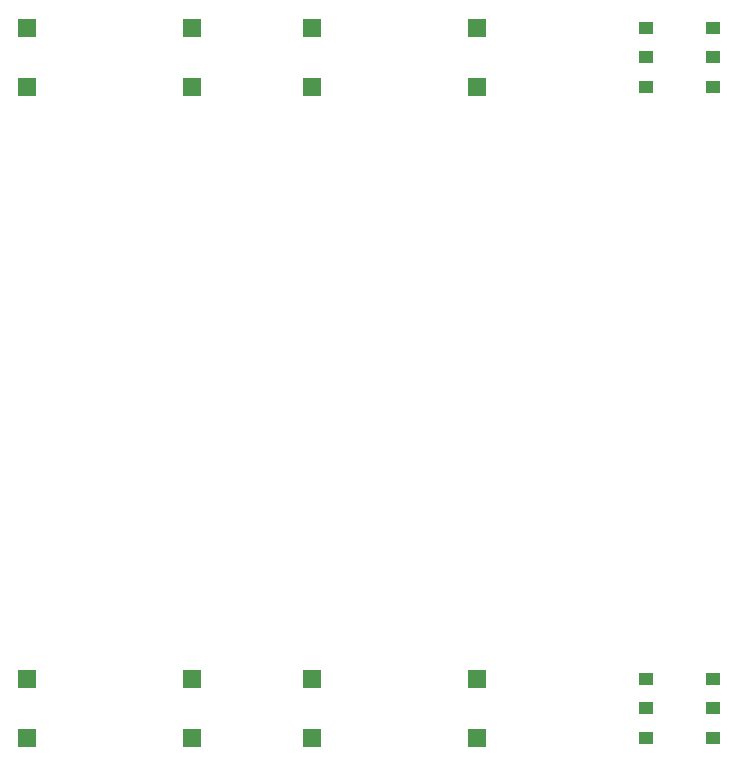
<source format=gtp>
G75*
%MOIN*%
%OFA0B0*%
%FSLAX25Y25*%
%IPPOS*%
%LPD*%
%AMOC8*
5,1,8,0,0,1.08239X$1,22.5*
%
%ADD10R,0.06299X0.06102*%
%ADD11R,0.04528X0.03937*%
D10*
X0056289Y0126407D03*
X0056289Y0146093D03*
X0111211Y0146093D03*
X0111211Y0126407D03*
X0151289Y0126407D03*
X0151289Y0146093D03*
X0206211Y0146093D03*
X0206211Y0126407D03*
X0206211Y0343407D03*
X0206211Y0363093D03*
X0151289Y0363093D03*
X0151289Y0343407D03*
X0111211Y0343407D03*
X0111211Y0363093D03*
X0056289Y0363093D03*
X0056289Y0343407D03*
D11*
X0262628Y0343407D03*
X0262628Y0353250D03*
X0262628Y0363093D03*
X0284872Y0363093D03*
X0284872Y0353250D03*
X0284872Y0343407D03*
X0284872Y0146093D03*
X0284872Y0136250D03*
X0284872Y0126407D03*
X0262628Y0126407D03*
X0262628Y0136250D03*
X0262628Y0146093D03*
M02*

</source>
